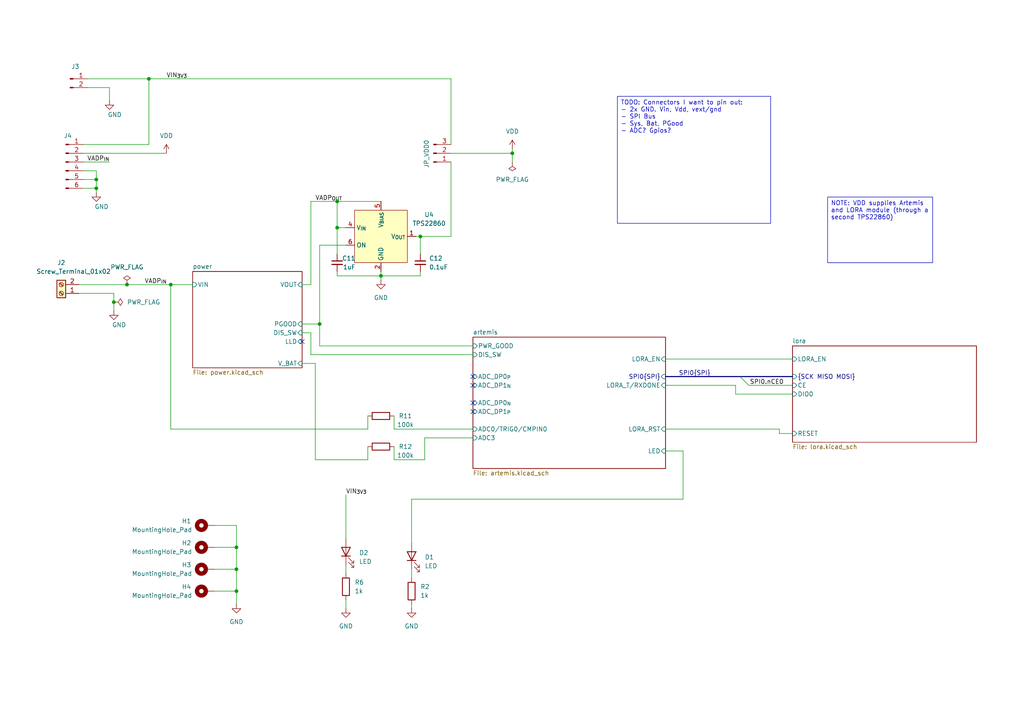
<source format=kicad_sch>
(kicad_sch (version 20231120) (generator "eeschema") (generator_version "8.0")
  (paper "A4")
  (lib_symbols
    (symbol "Connector:Conn_01x02_Pin" (pin_names (offset 1.016) hide)
      (property "Reference" "J" (at 0 2.54 0))
      (property "Value" "Conn_01x02_Pin" (at 0 -5.08 0))
      (symbol "Conn_01x02_Pin_1_1"
        (polyline (pts (xy 1.27 -2.54) (xy 0.8636 -2.54)) (stroke (width 0.1524)))
        (polyline (pts (xy 1.27 0) (xy 0.8636 0)) (stroke (width 0.1524)))
        (rectangle (start 0.8636 -2.413) (end 0 -2.667) (stroke (width 0.1524)) (fill (type outline)))
        (rectangle (start 0.8636 0.127) (end 0 -0.127) (stroke (width 0.1524)) (fill (type outline)))
        (pin passive line (at 5.08 0 180) (length 3.81) (name "Pin_1") (number "1"))
        (pin passive line (at 5.08 -2.54 180) (length 3.81) (name "Pin_2") (number "2"))
      )
    )
    (symbol "Connector:Conn_01x03_Pin" (pin_names (offset 1.016) hide)
      (property "Reference" "J" (at 0 5.08 0))
      (property "Value" "Conn_01x03_Pin" (at 0 -5.08 0))
      (symbol "Conn_01x03_Pin_1_1"
        (polyline (pts (xy 1.27 -2.54) (xy 0.8636 -2.54)) (stroke (width 0.1524)))
        (polyline (pts (xy 1.27 0) (xy 0.8636 0)) (stroke (width 0.1524)))
        (polyline (pts (xy 1.27 2.54) (xy 0.8636 2.54)) (stroke (width 0.1524)))
        (rectangle (start 0.8636 -2.413) (end 0 -2.667) (stroke (width 0.1524)) (fill (type outline)))
        (rectangle (start 0.8636 0.127) (end 0 -0.127) (stroke (width 0.1524)) (fill (type outline)))
        (rectangle (start 0.8636 2.667) (end 0 2.413) (stroke (width 0.1524)) (fill (type outline)))
        (pin passive line (at 5.08 2.54 180) (length 3.81) (name "Pin_1") (number "1"))
        (pin passive line (at 5.08 0 180) (length 3.81) (name "Pin_2") (number "2"))
        (pin passive line (at 5.08 -2.54 180) (length 3.81) (name "Pin_3") (number "3"))
      )
    )
    (symbol "Connector:Conn_01x06_Pin" (pin_names (offset 1.016) hide)
      (property "Reference" "J" (at 0 7.62 0))
      (property "Value" "Conn_01x06_Pin" (at 0 -10.16 0))
      (symbol "Conn_01x06_Pin_1_1"
        (polyline (pts (xy 1.27 -7.62) (xy 0.8636 -7.62)) (stroke (width 0.1524)))
        (polyline (pts (xy 1.27 -5.08) (xy 0.8636 -5.08)) (stroke (width 0.1524)))
        (polyline (pts (xy 1.27 -2.54) (xy 0.8636 -2.54)) (stroke (width 0.1524)))
        (polyline (pts (xy 1.27 0) (xy 0.8636 0)) (stroke (width 0.1524)))
        (polyline (pts (xy 1.27 2.54) (xy 0.8636 2.54)) (stroke (width 0.1524)))
        (polyline (pts (xy 1.27 5.08) (xy 0.8636 5.08)) (stroke (width 0.1524)))
        (rectangle (start 0.8636 -7.493) (end 0 -7.747) (stroke (width 0.1524)) (fill (type outline)))
        (rectangle (start 0.8636 -4.953) (end 0 -5.207) (stroke (width 0.1524)) (fill (type outline)))
        (rectangle (start 0.8636 -2.413) (end 0 -2.667) (stroke (width 0.1524)) (fill (type outline)))
        (rectangle (start 0.8636 0.127) (end 0 -0.127) (stroke (width 0.1524)) (fill (type outline)))
        (rectangle (start 0.8636 2.667) (end 0 2.413) (stroke (width 0.1524)) (fill (type outline)))
        (rectangle (start 0.8636 5.207) (end 0 4.953) (stroke (width 0.1524)) (fill (type outline)))
        (pin passive line (at 5.08 5.08 180) (length 3.81) (name "Pin_1") (number "1"))
        (pin passive line (at 5.08 2.54 180) (length 3.81) (name "Pin_2") (number "2"))
        (pin passive line (at 5.08 0 180) (length 3.81) (name "Pin_3") (number "3"))
        (pin passive line (at 5.08 -2.54 180) (length 3.81) (name "Pin_4") (number "4"))
        (pin passive line (at 5.08 -5.08 180) (length 3.81) (name "Pin_5") (number "5"))
        (pin passive line (at 5.08 -7.62 180) (length 3.81) (name "Pin_6") (number "6"))
      )
    )
    (symbol "Connector:Screw_Terminal_01x02" (pin_names (offset 1.016) hide)
      (property "Reference" "J" (at 0 2.54 0))
      (property "Value" "Screw_Terminal_01x02" (at 0 -5.08 0))
      (symbol "Screw_Terminal_01x02_1_1"
        (rectangle (start -1.27 1.27) (end 1.27 -3.81) (stroke (width 0.254)) (fill (type background)))
        (circle (center 0 -2.54) (radius 0.635) (stroke (width 0.1524)))
        (polyline (pts (xy -0.5334 -2.2098) (xy 0.3302 -3.048)) (stroke (width 0.1524)))
        (polyline (pts (xy -0.5334 0.3302) (xy 0.3302 -0.508)) (stroke (width 0.1524)))
        (polyline (pts (xy -0.3556 -2.032) (xy 0.508 -2.8702)) (stroke (width 0.1524)))
        (polyline (pts (xy -0.3556 0.508) (xy 0.508 -0.3302)) (stroke (width 0.1524)))
        (circle (center 0 0) (radius 0.635) (stroke (width 0.1524)))
        (pin passive line (at -5.08 0 0) (length 3.81) (name "Pin_1") (number "1"))
        (pin passive line (at -5.08 -2.54 0) (length 3.81) (name "Pin_2") (number "2"))
      )
    )
    (symbol "Device:C_Small" (pin_numbers hide) (pin_names (offset 0.254) hide)
      (property "Reference" "C" (at 0.254 1.778 0))
      (property "Value" "C_Small" (at 0.254 -2.032 0))
      (symbol "C_Small_0_1"
        (polyline (pts (xy -1.524 -0.508) (xy 1.524 -0.508)) (stroke (width 0.3302)))
        (polyline (pts (xy -1.524 0.508) (xy 1.524 0.508)) (stroke (width 0.3048)))
      )
      (symbol "C_Small_1_1"
        (pin passive line (at 0 2.54 270) (length 2.032) (name "~") (number "1"))
        (pin passive line (at 0 -2.54 90) (length 2.032) (name "~") (number "2"))
      )
    )
    (symbol "Device:LED" (pin_numbers hide) (pin_names (offset 1.016) hide)
      (property "Reference" "D" (at 0 2.54 0))
      (property "Value" "LED" (at 0 -2.54 0))
      (symbol "LED_0_1"
        (polyline (pts (xy -1.27 -1.27) (xy -1.27 1.27)) (stroke (width 0.254)))
        (polyline (pts (xy -1.27 0) (xy 1.27 0)))
        (polyline (pts (xy 1.27 -1.27) (xy 1.27 1.27) (xy -1.27 0) (xy 1.27 -1.27)) (stroke (width 0.254)))
        (polyline (pts (xy -3.048 -0.762) (xy -4.572 -2.286) (xy -3.81 -2.286) (xy -4.572 -2.286) (xy -4.572 -1.524)))
        (polyline (pts (xy -1.778 -0.762) (xy -3.302 -2.286) (xy -2.54 -2.286) (xy -3.302 -2.286) (xy -3.302 -1.524)))
      )
      (symbol "LED_1_1"
        (pin passive line (at -3.81 0 0) (length 2.54) (name "K") (number "1"))
        (pin passive line (at 3.81 0 180) (length 2.54) (name "A") (number "2"))
      )
    )
    (symbol "Device:R" (pin_numbers hide) (pin_names (offset 0))
      (property "Reference" "R" (at 2.032 0 90))
      (property "Value" "R" (at 0 0 90))
      (symbol "R_0_1"
        (rectangle (start -1.016 -2.54) (end 1.016 2.54) (stroke (width 0.254)))
      )
      (symbol "R_1_1"
        (pin passive line (at 0 3.81 270) (length 1.27) (name "~") (number "1"))
        (pin passive line (at 0 -3.81 90) (length 1.27) (name "~") (number "2"))
      )
    )
    (symbol "Marcano_Voltage_Regulator:TPS22860"
      (property "Reference" "U" (at 0 0 0))
      (property "Value" "TPS22860" (at -7.62 12.7 0))
      (symbol "TPS22860_1_1"
        (rectangle (start -7.62 7.62) (end 7.62 -7.62) (fill (type background)))
        (pin passive line (at 10.16 0 180) (length 2.54) (name "V_{OUT}") (number "1"))
        (pin power_in line (at 0 -10.16 90) (length 2.54) (name "GND") (number "2"))
        (pin no_connect line (at 10.16 -2.54 180) (length 2.54) hide (name "") (number "3"))
        (pin passive line (at -10.16 2.54 0) (length 2.54) (name "V_{IN}") (number "4"))
        (pin power_in line (at 0 10.16 270) (length 2.54) (name "V_{BIAS}") (number "5"))
        (pin input line (at -10.16 -2.54 0) (length 2.54) (name "ON") (number "6"))
      )
    )
    (symbol "Mechanical:MountingHole_Pad" (pin_numbers hide) (pin_names (offset 1.016) hide) (exclude_from_sim yes) (in_bom no)
      (property "Reference" "H" (at 0 6.35 0))
      (property "Value" "MountingHole_Pad" (at 0 4.445 0))
      (symbol "MountingHole_Pad_0_1"
        (circle (center 0 1.27) (radius 1.27) (stroke (width 1.27)))
      )
      (symbol "MountingHole_Pad_1_1"
        (pin input line (at 0 -2.54 90) (length 2.54) (name "1") (number "1"))
      )
    )
    (symbol "power:GND" (power) (pin_numbers hide) (pin_names (offset 0) hide)
      (property "Value" "GND" (at 0 -3.81 0))
      (symbol "GND_0_1"
        (polyline (pts (xy 0 0) (xy 0 -1.27) (xy 1.27 -1.27) (xy 0 -2.54) (xy -1.27 -1.27) (xy 0 -1.27)))
      )
      (symbol "GND_1_1"
        (pin power_in line (at 0 0 270) (length 0) (name "~") (number "1"))
      )
    )
    (symbol "power:PWR_FLAG" (power) (pin_numbers hide) (pin_names (offset 0) hide)
      (property "Value" "PWR_FLAG" (at 0 3.81 0))
      (symbol "PWR_FLAG_0_0"
        (pin power_out line (at 0 0 90) (length 0) (name "~") (number "1"))
      )
      (symbol "PWR_FLAG_0_1"
        (polyline (pts (xy 0 0) (xy 0 1.27) (xy -1.016 1.905) (xy 0 2.54) (xy 1.016 1.905) (xy 0 1.27)))
      )
    )
    (symbol "power:VDD" (power) (pin_numbers hide) (pin_names (offset 0) hide)
      (property "Value" "VDD" (at 0 3.556 0))
      (symbol "VDD_0_1"
        (polyline (pts (xy -0.762 1.27) (xy 0 2.54)))
        (polyline (pts (xy 0 0) (xy 0 2.54)))
        (polyline (pts (xy 0 2.54) (xy 0.762 1.27)))
      )
      (symbol "VDD_1_1"
        (pin power_in line (at 0 0 90) (length 0) (name "~") (number "1"))
      )
    )
  )
  (junction (at 36.83 82.55))
  (junction (at 43.18 22.86))
  (junction (at 148.59 44.45))
  (junction (at 68.58 171.45))
  (junction (at 92.71 93.98))
  (junction (at 110.49 80.01))
  (junction (at 27.94 54.61))
  (junction (at 33.02 87.63))
  (junction (at 97.79 66.04))
  (junction (at 27.94 52.07))
  (junction (at 97.79 58.42))
  (junction (at 68.58 158.75))
  (junction (at 121.92 68.58))
  (junction (at 68.58 165.1))
  (junction (at 49.53 82.55))
  (no_connect (at 137.16 119.38))
  (no_connect (at 87.63 99.06))
  (no_connect (at 137.16 109.22))
  (no_connect (at 137.16 116.84))
  (no_connect (at 137.16 111.76))
  (bus_entry (at 214.63 109.22) (size 2.54 2.54))
  (wire (pts (xy 110.49 80.01) (xy 121.92 80.01)))
  (wire (pts (xy 92.71 100.33) (xy 137.16 100.33)))
  (wire (pts (xy 114.3 120.65) (xy 114.3 124.46)))
  (wire (pts (xy 25.4 25.4) (xy 31.75 25.4)))
  (wire (pts (xy 106.68 120.65) (xy 106.68 124.46)))
  (wire (pts (xy 97.79 58.42) (xy 110.49 58.42)))
  (wire (pts (xy 68.58 158.75) (xy 68.58 165.1)))
  (wire (pts (xy 68.58 171.45) (xy 68.58 175.26)))
  (bus (pts (xy 193.04 109.22) (xy 214.63 109.22)))
  (wire (pts (xy 27.94 49.53) (xy 24.13 49.53)))
  (wire (pts (xy 226.06 124.46) (xy 226.06 125.73)))
  (wire (pts (xy 114.3 129.54) (xy 114.3 133.35)))
  (wire (pts (xy 24.13 44.45) (xy 48.26 44.45)))
  (wire (pts (xy 68.58 152.4) (xy 68.58 158.75)))
  (wire (pts (xy 33.02 85.09) (xy 33.02 87.63)))
  (wire (pts (xy 92.71 71.12) (xy 92.71 93.98)))
  (wire (pts (xy 130.81 46.99) (xy 130.81 68.58)))
  (wire (pts (xy 100.33 173.99) (xy 100.33 176.53)))
  (wire (pts (xy 119.38 175.26) (xy 119.38 176.53)))
  (wire (pts (xy 106.68 129.54) (xy 106.68 133.35)))
  (wire (pts (xy 120.65 68.58) (xy 121.92 68.58)))
  (wire (pts (xy 119.38 144.78) (xy 119.38 157.48)))
  (wire (pts (xy 121.92 68.58) (xy 121.92 73.66)))
  (wire (pts (xy 27.94 52.07) (xy 27.94 49.53)))
  (wire (pts (xy 27.94 55.88) (xy 27.94 54.61)))
  (wire (pts (xy 110.49 80.01) (xy 110.49 78.74)))
  (wire (pts (xy 87.63 82.55) (xy 90.17 82.55)))
  (wire (pts (xy 121.92 78.74) (xy 121.92 80.01)))
  (wire (pts (xy 119.38 165.1) (xy 119.38 167.64)))
  (wire (pts (xy 119.38 144.78) (xy 198.12 144.78)))
  (wire (pts (xy 110.49 80.01) (xy 97.79 80.01)))
  (wire (pts (xy 62.23 152.4) (xy 68.58 152.4)))
  (wire (pts (xy 114.3 133.35) (xy 123.19 133.35)))
  (wire (pts (xy 62.23 165.1) (xy 68.58 165.1)))
  (wire (pts (xy 91.44 133.35) (xy 106.68 133.35)))
  (wire (pts (xy 130.81 44.45) (xy 148.59 44.45)))
  (wire (pts (xy 87.63 96.52) (xy 90.17 96.52)))
  (wire (pts (xy 198.12 130.81) (xy 193.04 130.81)))
  (wire (pts (xy 97.79 66.04) (xy 97.79 73.66)))
  (wire (pts (xy 193.04 124.46) (xy 226.06 124.46)))
  (wire (pts (xy 90.17 96.52) (xy 90.17 102.87)))
  (wire (pts (xy 213.36 114.3) (xy 229.87 114.3)))
  (wire (pts (xy 100.33 143.51) (xy 100.33 156.21)))
  (wire (pts (xy 100.33 71.12) (xy 92.71 71.12)))
  (wire (pts (xy 33.02 87.63) (xy 33.02 90.17)))
  (wire (pts (xy 92.71 93.98) (xy 92.71 100.33)))
  (wire (pts (xy 24.13 46.99) (xy 31.75 46.99)))
  (wire (pts (xy 114.3 124.46) (xy 137.16 124.46)))
  (wire (pts (xy 62.23 158.75) (xy 68.58 158.75)))
  (wire (pts (xy 22.86 85.09) (xy 33.02 85.09)))
  (wire (pts (xy 106.68 124.46) (xy 49.53 124.46)))
  (wire (pts (xy 121.92 68.58) (xy 130.81 68.58)))
  (wire (pts (xy 31.75 25.4) (xy 31.75 29.21)))
  (wire (pts (xy 90.17 58.42) (xy 97.79 58.42)))
  (wire (pts (xy 22.86 82.55) (xy 36.83 82.55)))
  (wire (pts (xy 123.19 133.35) (xy 123.19 127)))
  (wire (pts (xy 130.81 22.86) (xy 130.81 41.91)))
  (wire (pts (xy 87.63 93.98) (xy 92.71 93.98)))
  (wire (pts (xy 193.04 104.14) (xy 229.87 104.14)))
  (bus (pts (xy 229.87 109.22) (xy 214.63 109.22)))
  (wire (pts (xy 27.94 52.07) (xy 24.13 52.07)))
  (wire (pts (xy 43.18 41.91) (xy 24.13 41.91)))
  (wire (pts (xy 100.33 163.83) (xy 100.33 166.37)))
  (wire (pts (xy 97.79 66.04) (xy 100.33 66.04)))
  (wire (pts (xy 43.18 22.86) (xy 130.81 22.86)))
  (wire (pts (xy 226.06 125.73) (xy 229.87 125.73)))
  (wire (pts (xy 43.18 22.86) (xy 43.18 41.91)))
  (wire (pts (xy 123.19 127) (xy 137.16 127)))
  (wire (pts (xy 62.23 171.45) (xy 68.58 171.45)))
  (wire (pts (xy 97.79 80.01) (xy 97.79 78.74)))
  (wire (pts (xy 148.59 43.18) (xy 148.59 44.45)))
  (wire (pts (xy 217.17 111.76) (xy 229.87 111.76)))
  (wire (pts (xy 193.04 111.76) (xy 213.36 111.76)))
  (wire (pts (xy 68.58 165.1) (xy 68.58 171.45)))
  (wire (pts (xy 49.53 82.55) (xy 55.88 82.55)))
  (wire (pts (xy 90.17 82.55) (xy 90.17 58.42)))
  (wire (pts (xy 90.17 102.87) (xy 137.16 102.87)))
  (wire (pts (xy 91.44 105.41) (xy 91.44 133.35)))
  (wire (pts (xy 97.79 58.42) (xy 97.79 66.04)))
  (wire (pts (xy 87.63 105.41) (xy 91.44 105.41)))
  (wire (pts (xy 148.59 44.45) (xy 148.59 46.99)))
  (wire (pts (xy 49.53 124.46) (xy 49.53 82.55)))
  (wire (pts (xy 213.36 111.76) (xy 213.36 114.3)))
  (wire (pts (xy 198.12 144.78) (xy 198.12 130.81)))
  (wire (pts (xy 110.49 81.28) (xy 110.49 80.01)))
  (wire (pts (xy 36.83 82.55) (xy 49.53 82.55)))
  (wire (pts (xy 27.94 54.61) (xy 27.94 52.07)))
  (wire (pts (xy 24.13 54.61) (xy 27.94 54.61)))
  (wire (pts (xy 25.4 22.86) (xy 43.18 22.86)))
  (text_box "TODO: Connectors I want to pin out:\n- 2x GND. Vin, Vdd, vext/gnd\n- SPI Bus\n- Sys, Bat, PGood\n- ADC? Gpios?" (at 179.07 27.94 0) (size 44.45 36.83) (effects (font (size 1.27 1.27)) (justify left top)))
  (text_box "NOTE: VDD supplies Artemis and LORA module (through a second TPS22860)" (at 240.03 57.15 0) (size 30.48 19.05) (effects (font (size 1.27 1.27)) (justify left top)))
  (label "VADP_{OUT}" (at 91.44 58.42 0))
  (label "VIN_{3V3}" (at 100.33 143.51 0))
  (label "VADP_{IN}" (at 31.75 46.99 180))
  (label "SPI0{SPI}" (at 196.85 109.22 0))
  (label "VADP_{IN}" (at 41.91 82.55 0))
  (label "SPI0.nCE0" (at 227.33 111.76 180))
  (label "VIN_{3V3}" (at 48.26 22.86 0))
  (symbol (lib_id "power:VDD") (at 148.59 43.18 0) (unit 1)
    (property "Reference" "#PWR037" (effects (hide yes)))
    (property "Value" "VDD" (at 148.59 38.1 0))
    (property "Description" "Power symbol creates a global label with name \"VDD\"" (effects (hide yes)))
  )
  (symbol (lib_id "power:GND") (at 100.33 176.53 0) (unit 1)
    (property "Reference" "#PWR019" (effects (hide yes)))
    (property "Value" "GND" (at 100.33 181.61 0))
    (property "Description" "Power symbol creates a global label with name \"GND\" , ground" (effects (hide yes)))
  )
  (symbol (lib_id "power:GND") (at 68.58 175.26 0) (unit 1)
    (property "Reference" "#PWR047" (effects (hide yes)))
    (property "Value" "GND" (at 68.58 180.34 0))
    (property "Description" "Power symbol creates a global label with name \"GND\" , ground" (effects (hide yes)))
  )
  (symbol (lib_id "Mechanical:MountingHole_Pad") (at 59.69 152.4 90) (unit 1) (exclude_from_sim yes) (in_bom no)
    (property "Reference" "H1" (at 54.102 151.13 90))
    (property "Value" "MountingHole_Pad" (at 46.99 153.67 90))
    (property "Footprint" "MountingHole:MountingHole_2.5mm_Pad_Via" (effects (hide yes)))
    (property "Description" "Mounting Hole with connection" (effects (hide yes)))
  )
  (symbol (lib_id "power:GND") (at 119.38 176.53 0) (unit 1)
    (property "Reference" "#PWR040" (effects (hide yes)))
    (property "Value" "GND" (at 119.38 181.61 0))
    (property "Description" "Power symbol creates a global label with name \"GND\" , ground" (effects (hide yes)))
  )
  (symbol (lib_id "Mechanical:MountingHole_Pad") (at 59.69 165.1 90) (unit 1) (exclude_from_sim yes) (in_bom no)
    (property "Reference" "H3" (at 54.102 163.83 90))
    (property "Value" "MountingHole_Pad" (at 46.99 166.37 90))
    (property "Footprint" "MountingHole:MountingHole_2.5mm_Pad_Via" (effects (hide yes)))
    (property "Description" "Mounting Hole with connection" (effects (hide yes)))
  )
  (symbol (lib_id "power:PWR_FLAG") (at 36.83 82.55 0) (unit 1)
    (property "Reference" "#FLG02" (effects (hide yes)))
    (property "Value" "PWR_FLAG" (at 36.83 77.47 0))
    (property "Description" "Special symbol for telling ERC where power comes from" (effects (hide yes)))
  )
  (symbol (lib_id "Device:R") (at 119.38 171.45 0) (unit 1)
    (property "Reference" "R2" (at 121.92 170.1799 0) (effects (justify left)))
    (property "Value" "1k" (at 121.92 172.7199 0) (effects (justify left)))
    (property "Footprint" "Resistor_SMD:R_0603_1608Metric_Pad0.98x0.95mm_HandSolder" (effects (hide yes)))
    (property "Description" "Resistor" (effects (hide yes)))
  )
  (symbol (lib_id "Device:C_Small") (at 121.92 76.2 0) (unit 1)
    (property "Reference" "C12" (at 124.46 74.9362 0) (effects (justify left)))
    (property "Value" "0.1uF" (at 124.46 77.4762 0) (effects (justify left)))
    (property "Footprint" "Capacitor_SMD:C_0603_1608Metric_Pad1.08x0.95mm_HandSolder" (effects (hide yes)))
    (property "Description" "Unpolarized capacitor, small symbol" (effects (hide yes)))
  )
  (symbol (lib_id "power:PWR_FLAG") (at 148.59 46.99 180) (unit 1)
    (property "Reference" "#FLG05" (effects (hide yes)))
    (property "Value" "PWR_FLAG" (at 148.59 52.07 0))
    (property "Description" "Special symbol for telling ERC where power comes from" (effects (hide yes)))
  )
  (symbol (lib_id "Mechanical:MountingHole_Pad") (at 59.69 158.75 90) (unit 1) (exclude_from_sim yes) (in_bom no)
    (property "Reference" "H2" (at 54.102 157.48 90))
    (property "Value" "MountingHole_Pad" (at 46.99 160.02 90))
    (property "Footprint" "MountingHole:MountingHole_2.5mm_Pad_Via" (effects (hide yes)))
    (property "Description" "Mounting Hole with connection" (effects (hide yes)))
  )
  (symbol (lib_id "Device:R") (at 100.33 170.18 0) (unit 1)
    (property "Reference" "R6" (at 102.87 168.9099 0) (effects (justify left)))
    (property "Value" "1k" (at 102.87 171.4499 0) (effects (justify left)))
    (property "Footprint" "Resistor_SMD:R_0603_1608Metric_Pad0.98x0.95mm_HandSolder" (effects (hide yes)))
    (property "Description" "Resistor" (effects (hide yes)))
  )
  (symbol (lib_id "power:GND") (at 27.94 55.88 0) (unit 1)
    (property "Reference" "#PWR022" (effects (hide yes)))
    (property "Value" "GND" (at 29.464 59.944 0))
    (property "Description" "Power symbol creates a global label with name \"GND\" , ground" (effects (hide yes)))
  )
  (symbol (lib_id "Device:LED") (at 119.38 161.29 90) (unit 1)
    (property "Reference" "D1" (at 123.19 161.6074 90) (effects (justify right)))
    (property "Value" "LED" (at 123.19 164.1474 90) (effects (justify right)))
    (property "Footprint" "LED_SMD:LED_0603_1608Metric_Pad1.05x0.95mm_HandSolder" (effects (hide yes)))
    (property "Description" "Light emitting diode" (effects (hide yes)))
  )
  (symbol (lib_id "Connector:Conn_01x06_Pin") (at 19.05 46.99 0) (unit 1)
    (property "Reference" "J4" (at 19.685 39.37 0))
    (property "Value" "Conn_01x06_Pin" (effects (hide yes)))
    (property "Footprint" "Connector_PinHeader_2.54mm:PinHeader_1x06_P2.54mm_Vertical" (effects (hide yes)))
    (property "Description" "Generic connector, single row, 01x06, script generated" (effects (hide yes)))
  )
  (symbol (lib_id "Device:R") (at 110.49 120.65 90) (unit 1)
    (property "Reference" "R11" (at 117.602 120.65 90))
    (property "Value" "100k" (at 117.602 123.19 90))
    (property "Footprint" "Resistor_SMD:R_0603_1608Metric_Pad0.98x0.95mm_HandSolder" (effects (hide yes)))
    (property "Description" "Resistor" (effects (hide yes)))
  )
  (symbol (lib_id "Device:R") (at 110.49 129.54 90) (unit 1)
    (property "Reference" "R12" (at 117.602 129.54 90))
    (property "Value" "100k" (at 117.602 132.08 90))
    (property "Footprint" "Resistor_SMD:R_0603_1608Metric_Pad0.98x0.95mm_HandSolder" (effects (hide yes)))
    (property "Description" "Resistor" (effects (hide yes)))
  )
  (symbol (lib_id "power:GND") (at 110.49 81.28 0) (unit 1)
    (property "Reference" "#PWR036" (effects (hide yes)))
    (property "Value" "GND" (at 110.49 86.36 0))
    (property "Description" "Power symbol creates a global label with name \"GND\" , ground" (effects (hide yes)))
  )
  (symbol (lib_id "Mechanical:MountingHole_Pad") (at 59.69 171.45 90) (unit 1) (exclude_from_sim yes) (in_bom no)
    (property "Reference" "H4" (at 54.102 170.18 90))
    (property "Value" "MountingHole_Pad" (at 46.99 172.72 90))
    (property "Footprint" "MountingHole:MountingHole_2.5mm_Pad_Via" (effects (hide yes)))
    (property "Description" "Mounting Hole with connection" (effects (hide yes)))
  )
  (symbol (lib_id "power:PWR_FLAG") (at 33.02 87.63 270) (unit 1)
    (property "Reference" "#FLG01" (effects (hide yes)))
    (property "Value" "PWR_FLAG" (at 36.83 87.6299 90) (effects (justify left)))
    (property "Description" "Special symbol for telling ERC where power comes from" (effects (hide yes)))
  )
  (symbol (lib_id "Device:LED") (at 100.33 160.02 90) (unit 1)
    (property "Reference" "D2" (at 104.14 160.3374 90) (effects (justify right)))
    (property "Value" "LED" (at 104.14 162.8774 90) (effects (justify right)))
    (property "Footprint" "LED_SMD:LED_0603_1608Metric_Pad1.05x0.95mm_HandSolder" (effects (hide yes)))
    (property "Description" "Light emitting diode" (effects (hide yes)))
  )
  (symbol (lib_id "Connector:Conn_01x03_Pin") (at 125.73 44.45 0) (mirror x) (unit 1)
    (property "Reference" "JP_VDD0" (at 123.698 48.768 90) (effects (justify right)))
    (property "Value" "Conn_01x03_Pin" (effects (hide yes)))
    (property "Footprint" "Connector_PinHeader_2.54mm:PinHeader_1x03_P2.54mm_Vertical" (effects (hide yes)))
    (property "Description" "Generic connector, single row, 01x03, script generated" (effects (hide yes)))
  )
  (symbol (lib_id "Connector:Screw_Terminal_01x02") (at 17.78 85.09 180) (unit 1)
    (property "Reference" "J2" (at 17.78 76.2 0))
    (property "Value" "Screw_Terminal_01x02" (at 21.336 78.74 0))
    (property "Footprint" "TerminalBlock:TerminalBlock_Altech_AK300-2_P5.00mm" (effects (hide yes)))
    (property "Description" "Generic screw terminal, single row, 01x02, script generated (kicad-library-utils/schlib/autogen/connector/)" (effects (hide yes)))
  )
  (symbol (lib_id "power:GND") (at 31.75 29.21 0) (unit 1)
    (property "Reference" "#PWR03" (effects (hide yes)))
    (property "Value" "GND" (at 33.274 33.274 0))
    (property "Description" "Power symbol creates a global label with name \"GND\" , ground" (effects (hide yes)))
  )
  (symbol (lib_id "power:GND") (at 33.02 90.17 0) (unit 1)
    (property "Reference" "#PWR01" (effects (hide yes)))
    (property "Value" "GND" (at 34.544 94.234 0))
    (property "Description" "Power symbol creates a global label with name \"GND\" , ground" (effects (hide yes)))
  )
  (symbol (lib_id "power:VDD") (at 48.26 44.45 0) (unit 1)
    (property "Reference" "#PWR048" (effects (hide yes)))
    (property "Value" "VDD" (at 48.26 39.37 0))
    (property "Description" "Power symbol creates a global label with name \"VDD\"" (effects (hide yes)))
  )
  (symbol (lib_id "Marcano_Voltage_Regulator:TPS22860") (at 110.49 68.58 0) (unit 1)
    (property "Reference" "U4" (at 124.46 62.2614 0))
    (property "Value" "TPS22860" (at 124.46 64.8014 0))
    (property "Footprint" "Package_TO_SOT_SMD:SOT-23-6" (effects (hide yes)))
    (property "Datasheet" "https://www.ti.com/lit/ds/symlink/tps22860.pdf" (effects (hide yes)))
    (property "Description" "Low leakage Power Switch" (effects (hide yes)))
    (property "PN" "TPS22860DBVR" (effects (hide yes)))
    (property "Digikey PN" "296-43982-1-ND " (effects (hide yes)))
  )
  (symbol (lib_id "Connector:Conn_01x02_Pin") (at 20.32 22.86 0) (unit 1)
    (property "Reference" "J3" (at 21.844 19.304 0))
    (property "Value" "Conn_01x02_Pin" (effects (hide yes)))
    (property "Footprint" "Connector_PinHeader_2.54mm:PinHeader_1x02_P2.54mm_Vertical" (effects (hide yes)))
    (property "Description" "Generic connector, single row, 01x02, script generated" (effects (hide yes)))
  )
  (symbol (lib_id "Device:C_Small") (at 97.79 76.2 0) (mirror y) (unit 1)
    (property "Reference" "C11" (at 103.124 74.93 0) (effects (justify left)))
    (property "Value" "1uF" (at 103.124 77.47 0) (effects (justify left)))
    (property "Footprint" "Capacitor_SMD:C_0603_1608Metric_Pad1.08x0.95mm_HandSolder" (effects (hide yes)))
    (property "Description" "Unpolarized capacitor, small symbol" (effects (hide yes)))
  )
  (sheet (at 55.88 78.74) (size 31.75 27.94) (stroke (width 0.1524))
    (property "Sheetname" "power" (at 55.88 78.0284 0) (effects (justify left bottom)))
    (property "Sheetfile" "power.kicad_sch" (at 55.88 107.2646 0) (effects (justify left top)))
    (pin "PGOOD" input (at 87.63 93.98 0))
    (pin "DIS_SW" input (at 87.63 96.52 0))
    (pin "LLD" input (at 87.63 99.06 0))
    (pin "VOUT" input (at 87.63 82.55 0))
    (pin "VIN" input (at 55.88 82.55 180))
    (pin "V_BAT" input (at 87.63 105.41 0))
  )
  (sheet (at 137.16 97.79) (size 55.88 38.1) (stroke (width 0.1524))
    (property "Sheetname" "artemis" (at 137.16 97.0784 0) (effects (justify left bottom)))
    (property "Sheetfile" "artemis.kicad_sch" (at 137.16 136.4746 0) (effects (justify left top)))
    (pin "ADC_DP0_{P}" input (at 137.16 109.22 180))
    (pin "ADC_DP1_{N}" input (at 137.16 111.76 180))
    (pin "ADC_DP0_{N}" input (at 137.16 116.84 180))
    (pin "ADC_DP1_{P}" input (at 137.16 119.38 180))
    (pin "ADC0{slash}TRIG0{slash}CMPIN0" input (at 137.16 124.46 180))
    (pin "ADC3" input (at 137.16 127 180))
    (pin "PWR_GOOD" input (at 137.16 100.33 180))
    (pin "LORA_EN" input (at 193.04 104.14 0))
    (pin "DIS_SW" input (at 137.16 102.87 180))
    (pin "LORA_T{slash}RXDONE" input (at 193.04 111.76 0))
    (pin "SPI0{SPI}" input (at 193.04 109.22 0))
    (pin "LED" input (at 193.04 130.81 0))
    (pin "LORA_RST" input (at 193.04 124.46 0))
  )
  (sheet (at 229.87 100.33) (size 53.34 27.94) (stroke (width 0.1524))
    (property "Sheetname" "lora" (at 229.87 99.6184 0) (effects (justify left bottom)))
    (property "Sheetfile" "lora.kicad_sch" (at 229.87 128.8546 0) (effects (justify left top)))
    (pin "DIO0" input (at 229.87 114.3 180))
    (pin "LORA_EN" input (at 229.87 104.14 180))
    (pin "{SCK MISO MOSI}" input (at 229.87 109.22 180))
    (pin "RESET" input (at 229.87 125.73 180))
    (pin "CE" input (at 229.87 111.76 180))
  )
)
</source>
